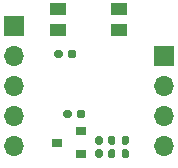
<source format=gbr>
%TF.GenerationSoftware,KiCad,Pcbnew,(5.1.7-0-10_14)*%
%TF.CreationDate,2020-11-09T13:54:58+00:00*%
%TF.ProjectId,STM32G031J6_Breakout,53544d33-3247-4303-9331-4a365f427265,rev?*%
%TF.SameCoordinates,Original*%
%TF.FileFunction,Soldermask,Bot*%
%TF.FilePolarity,Negative*%
%FSLAX46Y46*%
G04 Gerber Fmt 4.6, Leading zero omitted, Abs format (unit mm)*
G04 Created by KiCad (PCBNEW (5.1.7-0-10_14)) date 2020-11-09 13:54:58*
%MOMM*%
%LPD*%
G01*
G04 APERTURE LIST*
%ADD10O,1.700000X1.700000*%
%ADD11R,1.700000X1.700000*%
%ADD12R,0.900000X0.800000*%
%ADD13R,1.450000X1.000000*%
G04 APERTURE END LIST*
D10*
%TO.C,J4*%
X142240000Y-101600000D03*
X142240000Y-99060000D03*
X142240000Y-96520000D03*
D11*
X142240000Y-93980000D03*
%TD*%
D10*
%TO.C,J1*%
X129540000Y-101600000D03*
X129540000Y-99060000D03*
X129540000Y-96520000D03*
X129540000Y-93980000D03*
D11*
X129540000Y-91440000D03*
%TD*%
D12*
%TO.C,U1*%
X133175500Y-101346000D03*
X135175500Y-102296000D03*
X135175500Y-100396000D03*
%TD*%
D13*
%TO.C,SW1*%
X133251500Y-90082000D03*
X138401500Y-90082000D03*
X138401500Y-91782000D03*
X133251500Y-91782000D03*
%TD*%
%TO.C,C5*%
G36*
G01*
X134058000Y-94008000D02*
X134058000Y-93698000D01*
G75*
G02*
X134213000Y-93543000I155000J0D01*
G01*
X134638000Y-93543000D01*
G75*
G02*
X134793000Y-93698000I0J-155000D01*
G01*
X134793000Y-94008000D01*
G75*
G02*
X134638000Y-94163000I-155000J0D01*
G01*
X134213000Y-94163000D01*
G75*
G02*
X134058000Y-94008000I0J155000D01*
G01*
G37*
G36*
G01*
X132923000Y-94008000D02*
X132923000Y-93698000D01*
G75*
G02*
X133078000Y-93543000I155000J0D01*
G01*
X133503000Y-93543000D01*
G75*
G02*
X133658000Y-93698000I0J-155000D01*
G01*
X133658000Y-94008000D01*
G75*
G02*
X133503000Y-94163000I-155000J0D01*
G01*
X133078000Y-94163000D01*
G75*
G02*
X132923000Y-94008000I0J155000D01*
G01*
G37*
%TD*%
%TO.C,C4*%
G36*
G01*
X139093000Y-101527000D02*
X138783000Y-101527000D01*
G75*
G02*
X138628000Y-101372000I0J155000D01*
G01*
X138628000Y-100947000D01*
G75*
G02*
X138783000Y-100792000I155000J0D01*
G01*
X139093000Y-100792000D01*
G75*
G02*
X139248000Y-100947000I0J-155000D01*
G01*
X139248000Y-101372000D01*
G75*
G02*
X139093000Y-101527000I-155000J0D01*
G01*
G37*
G36*
G01*
X139093000Y-102662000D02*
X138783000Y-102662000D01*
G75*
G02*
X138628000Y-102507000I0J155000D01*
G01*
X138628000Y-102082000D01*
G75*
G02*
X138783000Y-101927000I155000J0D01*
G01*
X139093000Y-101927000D01*
G75*
G02*
X139248000Y-102082000I0J-155000D01*
G01*
X139248000Y-102507000D01*
G75*
G02*
X139093000Y-102662000I-155000J0D01*
G01*
G37*
%TD*%
%TO.C,C3*%
G36*
G01*
X137950000Y-101527000D02*
X137640000Y-101527000D01*
G75*
G02*
X137485000Y-101372000I0J155000D01*
G01*
X137485000Y-100947000D01*
G75*
G02*
X137640000Y-100792000I155000J0D01*
G01*
X137950000Y-100792000D01*
G75*
G02*
X138105000Y-100947000I0J-155000D01*
G01*
X138105000Y-101372000D01*
G75*
G02*
X137950000Y-101527000I-155000J0D01*
G01*
G37*
G36*
G01*
X137950000Y-102662000D02*
X137640000Y-102662000D01*
G75*
G02*
X137485000Y-102507000I0J155000D01*
G01*
X137485000Y-102082000D01*
G75*
G02*
X137640000Y-101927000I155000J0D01*
G01*
X137950000Y-101927000D01*
G75*
G02*
X138105000Y-102082000I0J-155000D01*
G01*
X138105000Y-102507000D01*
G75*
G02*
X137950000Y-102662000I-155000J0D01*
G01*
G37*
%TD*%
%TO.C,C2*%
G36*
G01*
X136870500Y-101527000D02*
X136560500Y-101527000D01*
G75*
G02*
X136405500Y-101372000I0J155000D01*
G01*
X136405500Y-100947000D01*
G75*
G02*
X136560500Y-100792000I155000J0D01*
G01*
X136870500Y-100792000D01*
G75*
G02*
X137025500Y-100947000I0J-155000D01*
G01*
X137025500Y-101372000D01*
G75*
G02*
X136870500Y-101527000I-155000J0D01*
G01*
G37*
G36*
G01*
X136870500Y-102662000D02*
X136560500Y-102662000D01*
G75*
G02*
X136405500Y-102507000I0J155000D01*
G01*
X136405500Y-102082000D01*
G75*
G02*
X136560500Y-101927000I155000J0D01*
G01*
X136870500Y-101927000D01*
G75*
G02*
X137025500Y-102082000I0J-155000D01*
G01*
X137025500Y-102507000D01*
G75*
G02*
X136870500Y-102662000I-155000J0D01*
G01*
G37*
%TD*%
%TO.C,C1*%
G36*
G01*
X134820000Y-99088000D02*
X134820000Y-98778000D01*
G75*
G02*
X134975000Y-98623000I155000J0D01*
G01*
X135400000Y-98623000D01*
G75*
G02*
X135555000Y-98778000I0J-155000D01*
G01*
X135555000Y-99088000D01*
G75*
G02*
X135400000Y-99243000I-155000J0D01*
G01*
X134975000Y-99243000D01*
G75*
G02*
X134820000Y-99088000I0J155000D01*
G01*
G37*
G36*
G01*
X133685000Y-99088000D02*
X133685000Y-98778000D01*
G75*
G02*
X133840000Y-98623000I155000J0D01*
G01*
X134265000Y-98623000D01*
G75*
G02*
X134420000Y-98778000I0J-155000D01*
G01*
X134420000Y-99088000D01*
G75*
G02*
X134265000Y-99243000I-155000J0D01*
G01*
X133840000Y-99243000D01*
G75*
G02*
X133685000Y-99088000I0J155000D01*
G01*
G37*
%TD*%
M02*

</source>
